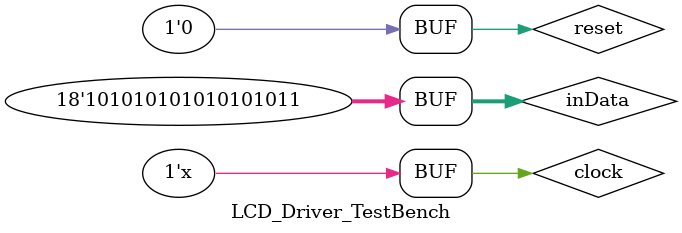
<source format=v>
module LCD_Driver_TestBench;
  
  //LCD_Driver(enable, clk, rst, dataIn, dataOut, RS, RW, enableOut );
  reg en, clock, reset;
  reg[17:0] inData;
  wire[7:0] outData;
  wire rs, rw, outEn;
  
  initial begin
    clock <= 1'b0;
    #5 reset <= 1'b0;
    #10 reset <= 1'b1;
    #15 reset <= 1'b0;
    inData <= 18'b101010101010101011;
  end
  
  always begin
    #5 clock <= !clock;
  end
  
  LCD_Driver U0( .enable(en), .clk(clock), .rst(reset), .dataIn(inData), .dataOut(outData), .RS(rs), .RW(rw), .enableOut(outEn) );
  
endmodule

</source>
